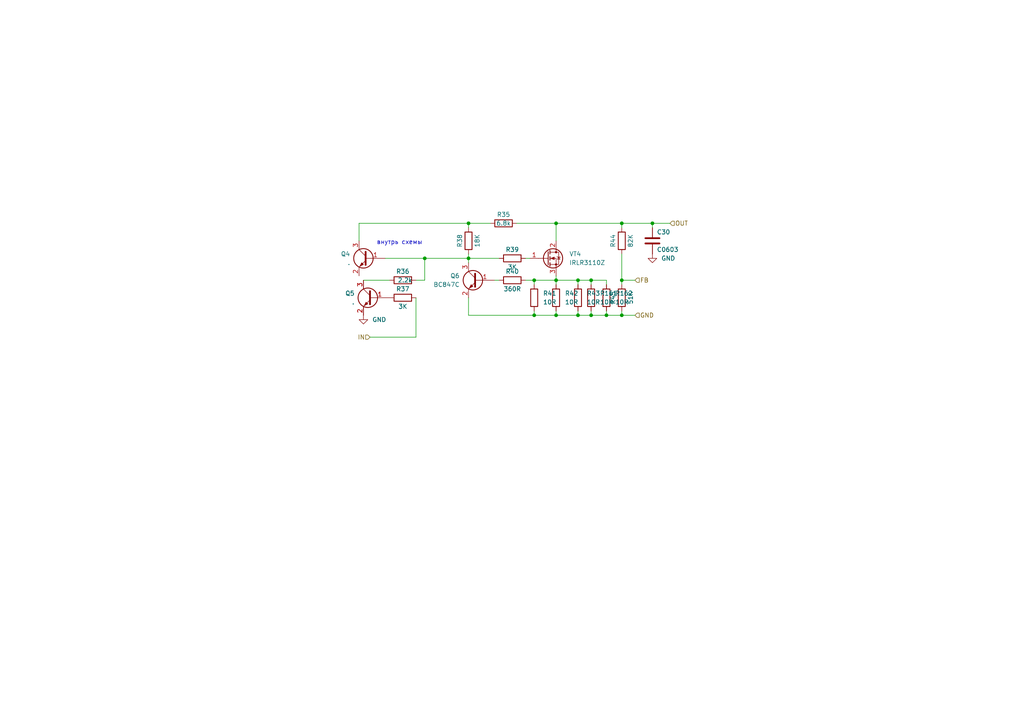
<source format=kicad_sch>
(kicad_sch (version 20211123) (generator eeschema)
  (paper "A4")
  (lib_symbols
    (symbol "Device:C" (pin_numbers hide) (pin_names (offset 0.254))
      (property "Reference" "C" (at 0.635 2.54 0))
      (property "Value" "C" (at 0.635 -2.54 0))
      (symbol "C_0_1"
        (polyline (pts (xy -2.032 -0.762) (xy 2.032 -0.762)) (stroke (width 0.508)))
        (polyline (pts (xy -2.032 0.762) (xy 2.032 0.762)) (stroke (width 0.508)))
      )
      (symbol "C_1_1"
        (pin passive line (at 0 3.81 270) (length 2.794) (name "~") (number "1"))
        (pin passive line (at 0 -3.81 90) (length 2.794) (name "~") (number "2"))
      )
    )
    (symbol "Device:R" (pin_numbers hide) (pin_names (offset 0))
      (property "Reference" "R" (at 2.032 0 90))
      (property "Value" "R" (at 0 0 90))
      (symbol "R_0_1"
        (rectangle (start -1.016 -2.54) (end 1.016 2.54) (stroke (width 0.254)))
      )
      (symbol "R_1_1"
        (pin passive line (at 0 3.81 270) (length 1.27) (name "~") (number "1"))
        (pin passive line (at 0 -3.81 90) (length 1.27) (name "~") (number "2"))
      )
    )
    (symbol "Transistor_BJT:BC847" (pin_names (offset 0) hide)
      (property "Reference" "Q" (at 5.08 1.905 0))
      (property "Value" "BC847" (at 5.08 0 0))
      (symbol "BC847_0_1"
        (polyline (pts (xy 0.635 0.635) (xy 2.54 2.54)))
        (polyline (pts (xy 0.635 -0.635) (xy 2.54 -2.54) (xy 2.54 -2.54)))
        (polyline (pts (xy 0.635 1.905) (xy 0.635 -1.905) (xy 0.635 -1.905)) (stroke (width 0.508)))
        (polyline (pts (xy 1.27 -1.778) (xy 1.778 -1.27) (xy 2.286 -2.286) (xy 1.27 -1.778) (xy 1.27 -1.778)) (fill (type outline)))
        (circle (center 1.27 0) (radius 2.8194) (stroke (width 0.254)))
      )
      (symbol "BC847_1_1"
        (pin input line (at -5.08 0 0) (length 5.715) (name "B") (number "1"))
        (pin passive line (at 2.54 -5.08 90) (length 2.54) (name "E") (number "2"))
        (pin passive line (at 2.54 5.08 270) (length 2.54) (name "C") (number "3"))
      )
    )
    (symbol "Transistor_FET:IRFS4115" (pin_names hide)
      (property "Reference" "Q" (at 5.08 1.905 0))
      (property "Value" "IRFS4115" (at 5.08 0 0))
      (symbol "IRFS4115_0_1"
        (polyline (pts (xy 0.254 0) (xy -2.54 0)))
        (polyline (pts (xy 0.254 1.905) (xy 0.254 -1.905)) (stroke (width 0.254)))
        (polyline (pts (xy 0.762 -1.27) (xy 0.762 -2.286)) (stroke (width 0.254)))
        (polyline (pts (xy 0.762 0.508) (xy 0.762 -0.508)) (stroke (width 0.254)))
        (polyline (pts (xy 0.762 2.286) (xy 0.762 1.27)) (stroke (width 0.254)))
        (polyline (pts (xy 2.54 2.54) (xy 2.54 1.778)))
        (polyline (pts (xy 2.54 -2.54) (xy 2.54 0) (xy 0.762 0)))
        (polyline (pts (xy 0.762 -1.778) (xy 3.302 -1.778) (xy 3.302 1.778) (xy 0.762 1.778)))
        (polyline (pts (xy 1.016 0) (xy 2.032 0.381) (xy 2.032 -0.381) (xy 1.016 0)) (fill (type outline)))
        (polyline (pts (xy 2.794 0.508) (xy 2.921 0.381) (xy 3.683 0.381) (xy 3.81 0.254)))
        (polyline (pts (xy 3.302 0.381) (xy 2.921 -0.254) (xy 3.683 -0.254) (xy 3.302 0.381)))
        (circle (center 1.651 0) (radius 2.794) (stroke (width 0.254)))
        (circle (center 2.54 -1.778) (radius 0.254) (fill (type outline)))
        (circle (center 2.54 1.778) (radius 0.254) (fill (type outline)))
      )
      (symbol "IRFS4115_1_1"
        (pin passive line (at -5.08 0 0) (length 2.54) (name "G") (number "1"))
        (pin passive line (at 2.54 5.08 270) (length 2.54) (name "D") (number "2"))
        (pin passive line (at 2.54 -5.08 90) (length 2.54) (name "S") (number "3"))
      )
    )
    (symbol "power:GND" (power) (pin_names (offset 0))
      (property "Value" "GND" (at 0 -3.81 0))
      (symbol "GND_0_1"
        (polyline (pts (xy 0 0) (xy 0 -1.27) (xy 1.27 -1.27) (xy 0 -2.54) (xy -1.27 -1.27) (xy 0 -1.27)))
      )
      (symbol "GND_1_1"
        (pin power_in line (at 0 0 270) (length 0) hide (name "GND") (number "1"))
      )
    )
  )
  (junction (at 135.89 64.77))
  (junction (at 171.45 81.28))
  (junction (at 180.34 81.28))
  (junction (at 167.64 91.44))
  (junction (at 161.29 81.28))
  (junction (at 175.895 91.44))
  (junction (at 154.94 81.28))
  (junction (at 180.34 91.44))
  (junction (at 167.64 81.28))
  (junction (at 180.34 64.77))
  (junction (at 135.89 74.93))
  (junction (at 171.45 91.44))
  (junction (at 189.23 64.77))
  (junction (at 154.94 91.44))
  (junction (at 161.29 64.77))
  (junction (at 123.19 74.93))
  (junction (at 161.29 91.44))
  (wire (pts (xy 154.94 90.17) (xy 154.94 91.44)))
  (wire (pts (xy 123.19 74.93) (xy 135.89 74.93)))
  (wire (pts (xy 154.94 91.44) (xy 161.29 91.44)))
  (wire (pts (xy 161.29 91.44) (xy 161.29 90.17)))
  (wire (pts (xy 171.45 81.28) (xy 171.45 82.55)))
  (wire (pts (xy 154.94 82.55) (xy 154.94 81.28)))
  (wire (pts (xy 135.89 64.77) (xy 142.24 64.77)))
  (wire (pts (xy 175.895 82.55) (xy 175.895 81.28)))
  (wire (pts (xy 161.29 81.28) (xy 161.29 80.01)))
  (wire (pts (xy 175.895 81.28) (xy 171.45 81.28)))
  (wire (pts (xy 167.64 81.28) (xy 161.29 81.28)))
  (wire (pts (xy 189.23 64.77) (xy 189.23 66.04)))
  (wire (pts (xy 135.89 86.36) (xy 135.89 91.44)))
  (wire (pts (xy 171.45 81.28) (xy 167.64 81.28)))
  (wire (pts (xy 135.89 64.77) (xy 135.89 66.04)))
  (wire (pts (xy 167.64 91.44) (xy 161.29 91.44)))
  (wire (pts (xy 135.89 74.93) (xy 144.78 74.93)))
  (wire (pts (xy 180.34 81.28) (xy 180.34 82.55)))
  (wire (pts (xy 180.34 73.66) (xy 180.34 81.28)))
  (wire (pts (xy 135.89 76.2) (xy 135.89 74.93)))
  (wire (pts (xy 180.34 81.28) (xy 184.15 81.28)))
  (wire (pts (xy 161.29 64.77) (xy 161.29 69.85)))
  (wire (pts (xy 104.14 69.85) (xy 104.14 64.77)))
  (wire (pts (xy 175.895 90.17) (xy 175.895 91.44)))
  (wire (pts (xy 152.4 74.93) (xy 153.67 74.93)))
  (wire (pts (xy 120.65 86.36) (xy 120.65 97.79)))
  (wire (pts (xy 167.64 91.44) (xy 171.45 91.44)))
  (wire (pts (xy 135.89 73.66) (xy 135.89 74.93)))
  (wire (pts (xy 161.29 81.28) (xy 161.29 82.55)))
  (wire (pts (xy 154.94 81.28) (xy 161.29 81.28)))
  (wire (pts (xy 171.45 91.44) (xy 175.895 91.44)))
  (wire (pts (xy 180.34 64.77) (xy 180.34 66.04)))
  (wire (pts (xy 111.76 74.93) (xy 123.19 74.93)))
  (wire (pts (xy 149.86 64.77) (xy 161.29 64.77)))
  (wire (pts (xy 194.31 64.77) (xy 189.23 64.77)))
  (wire (pts (xy 135.89 91.44) (xy 154.94 91.44)))
  (wire (pts (xy 171.45 90.17) (xy 171.45 91.44)))
  (wire (pts (xy 180.34 90.17) (xy 180.34 91.44)))
  (wire (pts (xy 167.64 82.55) (xy 167.64 81.28)))
  (wire (pts (xy 120.65 97.79) (xy 107.315 97.79)))
  (wire (pts (xy 123.19 74.93) (xy 123.19 81.28)))
  (wire (pts (xy 143.51 81.28) (xy 144.78 81.28)))
  (wire (pts (xy 180.34 64.77) (xy 161.29 64.77)))
  (wire (pts (xy 104.14 64.77) (xy 135.89 64.77)))
  (wire (pts (xy 152.4 81.28) (xy 154.94 81.28)))
  (wire (pts (xy 175.895 91.44) (xy 180.34 91.44)))
  (wire (pts (xy 105.41 81.28) (xy 113.03 81.28)))
  (wire (pts (xy 180.34 91.44) (xy 184.15 91.44)))
  (wire (pts (xy 120.65 81.28) (xy 123.19 81.28)))
  (wire (pts (xy 167.64 90.17) (xy 167.64 91.44)))
  (wire (pts (xy 189.23 64.77) (xy 180.34 64.77)))
  (text "внутрь схемы" (at 109.22 71.12 0) (effects (font (size 1.27 1.27)) (justify left bottom)))
  (hierarchical_label "IN" (shape input) (at 107.315 97.79 180))
  (hierarchical_label "OUT" (shape input) (at 194.31 64.77 0))
  (hierarchical_label "FB" (shape input) (at 184.15 81.28 0))
  (hierarchical_label "GND" (shape input) (at 184.15 91.44 0))
  (symbol (lib_id "power:GND") (at 189.23 73.66 0) (unit 1)
    (property "Reference" "#PWR06" (effects hide))
    (property "Value" "GND" (at 191.77 74.9299 0) (effects (justify left)))
  )
  (symbol (lib_id "Device:R") (at 116.84 81.28 270) (mirror x) (unit 1)
    (property "Reference" "R36" (at 116.84 78.74 90))
    (property "Value" "2.2k" (at 117.475 81.28 90))
    (property "Footprint" "Resistor_SMD:R_0805_2012Metric" (effects hide))
    (property "PageName" "stm32f407_board" (effects hide))
    (property "Part #" "R0805" (effects hide))
  )
  (symbol (lib_id "Device:R") (at 171.45 86.36 0) (unit 1)
    (property "Reference" "R161" (at 173.99 85.0899 0) (effects (justify left)))
    (property "Value" "10R" (at 173.99 87.6299 0) (effects (justify left)))
    (property "Footprint" "Resistor_SMD:R_0805_2012Metric" (effects hide))
  )
  (symbol (lib_id "power:GND") (at 105.41 91.44 0) (unit 1)
    (property "Reference" "#PWR05" (effects hide))
    (property "Value" "GND" (at 107.95 92.7099 0) (effects (justify left)))
  )
  (symbol (lib_id "Transistor_BJT:BC847") (at 138.43 81.28 0) (mirror y) (unit 1)
    (property "Reference" "Q6" (at 133.35 80.0099 0) (effects (justify left)))
    (property "Value" "BC847C" (at 133.35 82.5499 0) (effects (justify left)))
    (property "Footprint" "Package_TO_SOT_SMD:SOT-23" (effects hide))
    (property "Datasheet" "http://www.infineon.com/dgdl/Infineon-BC847SERIES_BC848SERIES_BC849SERIES_BC850SERIES-DS-v01_01-en.pdf?fileId=db3a304314dca389011541d4630a1657" (effects hide))
  )
  (symbol (lib_id "Device:R") (at 116.84 86.36 90) (unit 1)
    (property "Reference" "R37" (at 116.84 83.82 90))
    (property "Value" "3K" (at 116.84 88.9 90))
    (property "Footprint" "Resistor_SMD:R_0603_1608Metric" (effects hide))
  )
  (symbol (lib_id "Transistor_BJT:BC847") (at 107.95 86.36 0) (mirror y) (unit 1)
    (property "Reference" "Q5" (at 102.87 85.0899 0) (effects (justify left)))
    (property "Value" "." (at 102.87 87.6299 0) (effects (justify left)))
    (property "Footprint" "Package_TO_SOT_SMD:SOT-23" (effects hide))
    (property "Datasheet" "http://www.infineon.com/dgdl/Infineon-BC847SERIES_BC848SERIES_BC849SERIES_BC850SERIES-DS-v01_01-en.pdf?fileId=db3a304314dca389011541d4630a1657" (effects hide))
  )
  (symbol (lib_id "Device:R") (at 146.05 64.77 270) (mirror x) (unit 1)
    (property "Reference" "R35" (at 146.05 62.23 90))
    (property "Value" "6.8k" (at 146.05 64.77 90))
    (property "Footprint" "Resistor_SMD:R_0805_2012Metric" (effects hide))
    (property "PageName" "stm32f407_board" (effects hide))
    (property "Part #" "R0805" (effects hide))
  )
  (symbol (lib_id "Device:R") (at 175.895 86.36 0) (unit 1)
    (property "Reference" "R162" (at 178.435 85.0899 0) (effects (justify left)))
    (property "Value" "10R" (at 178.435 87.6299 0) (effects (justify left)))
    (property "Footprint" "Resistor_SMD:R_0805_2012Metric" (effects hide))
  )
  (symbol (lib_id "Device:C") (at 189.23 69.85 0) (unit 1)
    (property "Reference" "C30" (at 190.5 67.31 0) (effects (justify left)))
    (property "Value" "C0603" (at 190.5 72.39 0) (effects (justify left)))
    (property "Footprint" "Capacitor_SMD:C_0603_1608Metric" (effects hide))
    (property "PageName" "stm32f407_board" (effects hide))
    (property "Part #" "C0603" (effects hide))
  )
  (symbol (lib_id "Device:R") (at 148.59 74.93 90) (unit 1)
    (property "Reference" "R39" (at 148.59 72.39 90))
    (property "Value" "3K" (at 148.59 77.47 90))
    (property "Footprint" "Resistor_SMD:R_0603_1608Metric" (effects hide))
  )
  (symbol (lib_id "Device:R") (at 180.34 86.36 180) (unit 1)
    (property "Reference" "R45" (at 177.8 86.36 90))
    (property "Value" "51K" (at 182.88 86.36 90))
    (property "Footprint" "Resistor_SMD:R_0603_1608Metric" (effects hide))
  )
  (symbol (lib_id "Device:R") (at 135.89 69.85 180) (unit 1)
    (property "Reference" "R38" (at 133.35 69.85 90))
    (property "Value" "18K" (at 138.43 69.85 90))
    (property "Footprint" "Resistor_SMD:R_0603_1608Metric" (effects hide))
  )
  (symbol (lib_id "Device:R") (at 154.94 86.36 0) (unit 1)
    (property "Reference" "R41" (at 157.48 85.0899 0) (effects (justify left)))
    (property "Value" "10R" (at 157.48 87.6299 0) (effects (justify left)))
    (property "Footprint" "Resistor_SMD:R_0805_2012Metric" (effects hide))
  )
  (symbol (lib_id "Transistor_BJT:BC847") (at 106.68 74.93 0) (mirror y) (unit 1)
    (property "Reference" "Q4" (at 101.6 73.6599 0) (effects (justify left)))
    (property "Value" "." (at 101.6 76.1999 0) (effects (justify left)))
    (property "Footprint" "Package_TO_SOT_SMD:SOT-23" (effects hide))
    (property "Datasheet" "http://www.infineon.com/dgdl/Infineon-BC847SERIES_BC848SERIES_BC849SERIES_BC850SERIES-DS-v01_01-en.pdf?fileId=db3a304314dca389011541d4630a1657" (effects hide))
  )
  (symbol (lib_id "Device:R") (at 148.59 81.28 90) (unit 1)
    (property "Reference" "R40" (at 148.59 78.74 90))
    (property "Value" "360R" (at 148.59 83.82 90))
    (property "Footprint" "Resistor_SMD:R_0603_1608Metric" (effects hide))
  )
  (symbol (lib_id "Device:R") (at 167.64 86.36 0) (unit 1)
    (property "Reference" "R43" (at 170.18 85.0899 0) (effects (justify left)))
    (property "Value" "10R" (at 170.18 87.6299 0) (effects (justify left)))
    (property "Footprint" "Resistor_SMD:R_0805_2012Metric" (effects hide))
  )
  (symbol (lib_id "Device:R") (at 180.34 69.85 180) (unit 1)
    (property "Reference" "R44" (at 177.8 69.85 90))
    (property "Value" "82K" (at 182.88 69.85 90))
    (property "Footprint" "Resistor_SMD:R_0805_2012Metric" (effects hide))
  )
  (symbol (lib_id "Transistor_FET:IRFS4115") (at 158.75 74.93 0) (unit 1)
    (property "Reference" "VT4" (at 165.1 73.6599 0) (effects (justify left)))
    (property "Value" "IRLR3110Z" (at 165.1 76.1999 0) (effects (justify left)))
    (property "Footprint" "Package_TO_SOT_SMD:TO-252-2" (effects hide))
    (property "Datasheet" "https://www.infineon.com/dgdl/irfs4115pbf.pdf?fileId=5546d462533600a401535636e5d2218f" (effects hide))
  )
  (symbol (lib_id "Device:R") (at 161.29 86.36 0) (unit 1)
    (property "Reference" "R42" (at 163.83 85.0899 0) (effects (justify left)))
    (property "Value" "10R" (at 163.83 87.6299 0) (effects (justify left)))
    (property "Footprint" "Resistor_SMD:R_0805_2012Metric" (effects hide))
  )
)
</source>
